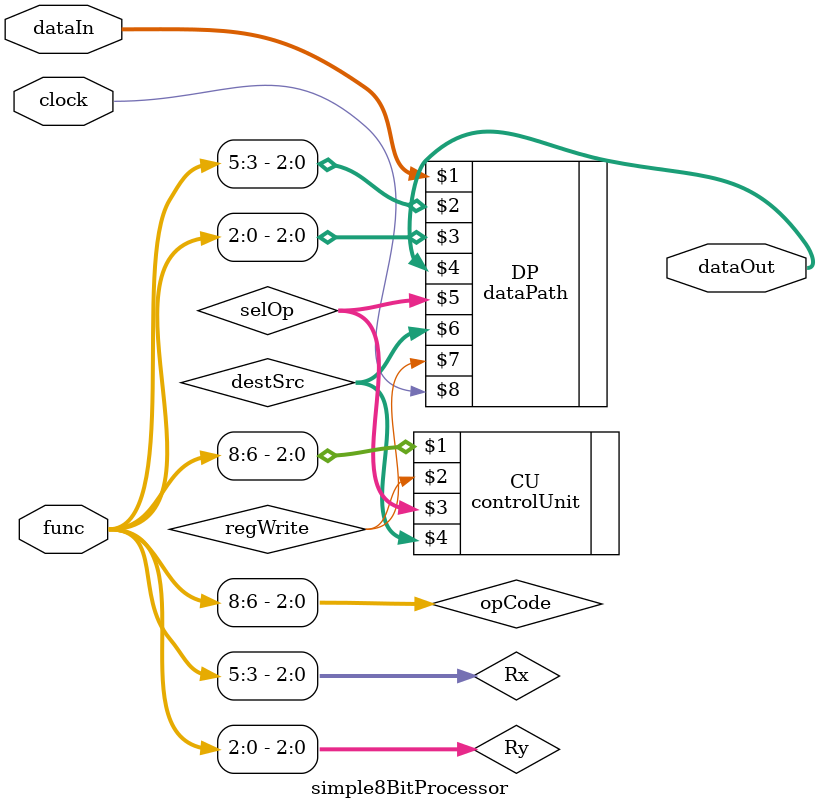
<source format=v>
`timescale 1ns / 1ps


module simple8BitProcessor(
    input  [7:0] dataIn,
    output [7:0] dataOut,
	 input  [8:0] func,
	 input  clock
    );
	 wire [2:0] opCode = func[8:6];    
	 wire [2:0] Rx = func[5:3];
	 wire [2:0] Ry = func[2:0];

	 wire [1:0] destSrc;
	 wire [2:0] selOp;
	 wire regWrite;
	 
	 controlUnit CU(opCode, regWrite, selOp, destSrc);
	 dataPath    DP(dataIn, Rx, Ry, dataOut, selOp, destSrc, regWrite, clock);

endmodule

</source>
